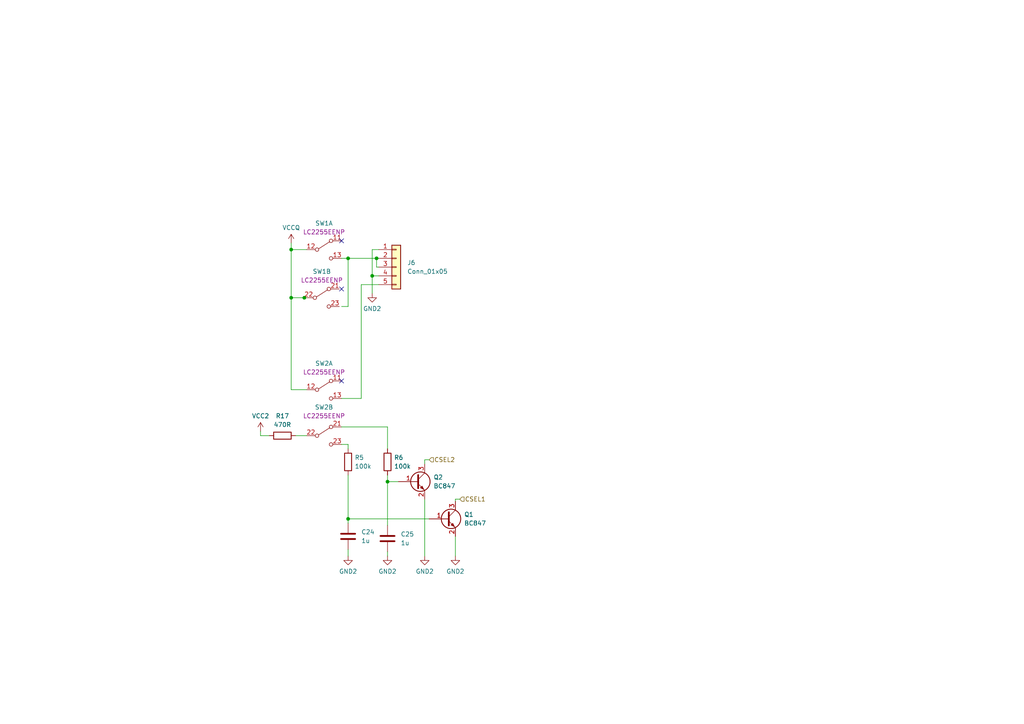
<source format=kicad_sch>
(kicad_sch (version 20231120) (generator "eeschema") (generator_version "8.0")
  (paper "A4")
  (lib_symbols
    (symbol "Connector_Generic:Conn_01x05" (pin_names (offset 1.016) hide)
      (property "Reference" "J" (at 0 7.62 0))
      (property "Value" "Conn_01x05" (at 0 -7.62 0))
      (symbol "Conn_01x05_1_1"
        (rectangle (start -1.27 -4.953) (end 0 -5.207) (stroke (width 0.1524)))
        (rectangle (start -1.27 -2.413) (end 0 -2.667) (stroke (width 0.1524)))
        (rectangle (start -1.27 0.127) (end 0 -0.127) (stroke (width 0.1524)))
        (rectangle (start -1.27 2.667) (end 0 2.413) (stroke (width 0.1524)))
        (rectangle (start -1.27 5.207) (end 0 4.953) (stroke (width 0.1524)))
        (rectangle (start -1.27 6.35) (end 1.27 -6.35) (stroke (width 0.254)) (fill (type background)))
        (pin passive line (at -5.08 5.08 0) (length 3.81) (name "Pin_1") (number "1"))
        (pin passive line (at -5.08 2.54 0) (length 3.81) (name "Pin_2") (number "2"))
        (pin passive line (at -5.08 0 0) (length 3.81) (name "Pin_3") (number "3"))
        (pin passive line (at -5.08 -2.54 0) (length 3.81) (name "Pin_4") (number "4"))
        (pin passive line (at -5.08 -5.08 0) (length 3.81) (name "Pin_5") (number "5"))
      )
    )
    (symbol "Koszalix_Capacitors_Ceramic_Walsin_0603:CAP_1u_X7R" (pin_numbers hide) (pin_names (offset 0) hide)
      (property "Reference" "C" (at 3.81 1.27 0))
      (property "Value" "1u" (at 5.08 -1.27 0))
      (symbol "CAP_1u_X7R_0_1"
        (polyline (pts (xy -2.032 -0.762) (xy 2.032 -0.762)) (stroke (width 0.508)))
        (polyline (pts (xy -2.032 0.762) (xy 2.032 0.762)) (stroke (width 0.508)))
      )
      (symbol "CAP_1u_X7R_1_1"
        (pin passive line (at 0 3.81 270) (length 2.794) (name "~") (number "1"))
        (pin passive line (at 0 -3.81 90) (length 2.794) (name "~") (number "2"))
      )
    )
    (symbol "Koszalix_PWR_Symbols:VCC2" (power) (in_bom no) (on_board no)
      (property "Value" "VCC2" (at 0.254 -2.032 0))
      (symbol "VCC2_0_1"
        (polyline (pts (xy -0.762 1.27) (xy 0 2.54)))
        (polyline (pts (xy 0 0) (xy 0 2.54)))
        (polyline (pts (xy 0 2.54) (xy 0.762 1.27)))
      )
      (symbol "VCC2_1_1"
        (pin power_in line (at 0 0 0) (length 0) hide (name "VCC") (number "1"))
      )
    )
    (symbol "Koszalix_Resistors_Yageo_RC0603:RES_100k_0603" (pin_numbers hide) (pin_names (offset 0) hide)
      (property "Reference" "R" (at 2.54 1.27 0))
      (property "Value" "100k" (at 2.54 -1.27 0))
      (symbol "RES_100k_0603_0_1"
        (rectangle (start -1.016 -2.54) (end 1.016 2.54) (stroke (width 0.254)))
      )
      (symbol "RES_100k_0603_1_1"
        (pin passive line (at 0 3.81 270) (length 1.27) (name "~") (number "1"))
        (pin passive line (at 0 -3.81 90) (length 1.27) (name "~") (number "2"))
      )
    )
    (symbol "Koszalix_Resistors_Yageo_RC0603:RES_470R_0603" (pin_numbers hide) (pin_names (offset 0) hide)
      (property "Reference" "R" (at 2.54 1.27 0))
      (property "Value" "470R" (at 2.54 -1.27 0))
      (symbol "RES_470R_0603_0_1"
        (rectangle (start -1.016 -2.54) (end 1.016 2.54) (stroke (width 0.254)))
      )
      (symbol "RES_470R_0603_1_1"
        (pin passive line (at 0 3.81 270) (length 1.27) (name "~") (number "1"))
        (pin passive line (at 0 -3.81 90) (length 1.27) (name "~") (number "2"))
      )
    )
    (symbol "Koszalix_Switches:LC2255EENP"
      (property "Reference" "SW" (at 22.098 -0.762 0))
      (property "MPN" "LC2255EENP" (at 21.844 -3.81 0))
      (symbol "LC2255EENP_0_0"
        (circle (center 3.048 0) (radius 0.508))
        (circle (center 7.112 -2.54) (radius 0.508))
      )
      (symbol "LC2255EENP_0_1"
        (polyline (pts (xy 3.556 0.254) (xy 6.731 2.286)))
        (circle (center 7.112 2.54) (radius 0.508))
      )
      (symbol "LC2255EENP_1_1"
        (pin passive line (at 10.16 2.54 180) (length 2.54) (name "~") (number "11"))
        (pin passive line (at 0 0 0) (length 2.54) (name "~") (number "12"))
        (pin passive line (at 10.16 -2.54 180) (length 2.54) (name "~") (number "13"))
      )
      (symbol "LC2255EENP_2_1"
        (pin passive line (at 10.16 2.54 180) (length 2.54) (name "~") (number "21"))
        (pin passive line (at 0 0 0) (length 2.54) (name "~") (number "22"))
        (pin passive line (at 10.16 -2.54 180) (length 2.54) (name "~") (number "23"))
      )
    )
    (symbol "Transistor_BJT:BC847" (pin_names (offset 0) hide)
      (property "Reference" "Q" (at 5.08 1.905 0))
      (property "Value" "BC847" (at 5.08 0 0))
      (symbol "BC847_0_1"
        (polyline (pts (xy 0.635 0.635) (xy 2.54 2.54)))
        (polyline (pts (xy 0.635 -0.635) (xy 2.54 -2.54) (xy 2.54 -2.54)))
        (polyline (pts (xy 0.635 1.905) (xy 0.635 -1.905) (xy 0.635 -1.905)) (stroke (width 0.508)))
        (polyline (pts (xy 1.27 -1.778) (xy 1.778 -1.27) (xy 2.286 -2.286) (xy 1.27 -1.778) (xy 1.27 -1.778)) (fill (type outline)))
        (circle (center 1.27 0) (radius 2.8194) (stroke (width 0.254)))
      )
      (symbol "BC847_1_1"
        (pin input line (at -5.08 0 0) (length 5.715) (name "B") (number "1"))
        (pin passive line (at 2.54 -5.08 90) (length 2.54) (name "E") (number "2"))
        (pin passive line (at 2.54 5.08 270) (length 2.54) (name "C") (number "3"))
      )
    )
    (symbol "power:GND2" (power) (pin_names (offset 0))
      (property "Value" "GND2" (at 0 -3.81 0))
      (symbol "GND2_0_1"
        (polyline (pts (xy 0 0) (xy 0 -1.27) (xy 1.27 -1.27) (xy 0 -2.54) (xy -1.27 -1.27) (xy 0 -1.27)))
      )
      (symbol "GND2_1_1"
        (pin power_in line (at 0 0 270) (length 0) hide (name "GND2") (number "1"))
      )
    )
    (symbol "power:VCCQ" (power) (pin_names (offset 0))
      (property "Value" "VCCQ" (at 0 3.81 0))
      (symbol "VCCQ_0_1"
        (polyline (pts (xy -0.762 1.27) (xy 0 2.54)))
        (polyline (pts (xy 0 0) (xy 0 2.54)))
        (polyline (pts (xy 0 2.54) (xy 0.762 1.27)))
      )
      (symbol "VCCQ_1_1"
        (pin power_in line (at 0 0 90) (length 0) hide (name "VCCQ") (number "1"))
      )
    )
  )
  (junction (at 109.22 74.93))
  (junction (at 100.965 150.495))
  (junction (at 107.95 80.01))
  (junction (at 100.965 74.93))
  (junction (at 84.455 72.39))
  (junction (at 88.265 86.36))
  (junction (at 112.395 139.7))
  (junction (at 84.455 86.36))
  (no_connect (at 99.06 69.85))
  (no_connect (at 99.06 83.82))
  (no_connect (at 99.06 110.49))
  (wire (pts (xy 107.95 80.01) (xy 107.95 85.09)))
  (wire (pts (xy 124.46 133.35) (xy 123.19 133.35)))
  (wire (pts (xy 84.455 86.36) (xy 84.455 113.03)))
  (wire (pts (xy 100.965 137.795) (xy 100.965 150.495)))
  (wire (pts (xy 99.06 88.9) (xy 100.965 88.9)))
  (wire (pts (xy 100.965 161.29) (xy 100.965 159.385)))
  (wire (pts (xy 107.95 80.01) (xy 109.855 80.01)))
  (wire (pts (xy 109.22 74.93) (xy 109.855 74.93)))
  (wire (pts (xy 84.455 72.39) (xy 88.9 72.39)))
  (wire (pts (xy 123.19 133.35) (xy 123.19 134.62)))
  (wire (pts (xy 88.265 86.36) (xy 88.9 86.36)))
  (wire (pts (xy 75.565 126.365) (xy 78.105 126.365)))
  (wire (pts (xy 107.95 72.39) (xy 109.855 72.39)))
  (wire (pts (xy 100.965 74.93) (xy 99.06 74.93)))
  (wire (pts (xy 100.965 128.905) (xy 100.965 130.175)))
  (wire (pts (xy 104.775 82.55) (xy 109.855 82.55)))
  (wire (pts (xy 88.9 113.03) (xy 84.455 113.03)))
  (wire (pts (xy 109.855 77.47) (xy 109.22 77.47)))
  (wire (pts (xy 99.06 115.57) (xy 104.775 115.57)))
  (wire (pts (xy 104.775 82.55) (xy 104.775 115.57)))
  (wire (pts (xy 100.965 88.9) (xy 100.965 74.93)))
  (wire (pts (xy 99.06 128.905) (xy 100.965 128.905)))
  (wire (pts (xy 84.455 70.485) (xy 84.455 72.39)))
  (wire (pts (xy 107.95 72.39) (xy 107.95 80.01)))
  (wire (pts (xy 99.06 123.825) (xy 112.395 123.825)))
  (wire (pts (xy 100.965 150.495) (xy 124.46 150.495)))
  (wire (pts (xy 84.455 72.39) (xy 84.455 86.36)))
  (wire (pts (xy 123.19 161.29) (xy 123.19 144.78)))
  (wire (pts (xy 75.565 125.095) (xy 75.565 126.365)))
  (wire (pts (xy 132.08 161.29) (xy 132.08 155.575)))
  (wire (pts (xy 100.965 74.93) (xy 109.22 74.93)))
  (wire (pts (xy 132.08 144.78) (xy 133.35 144.78)))
  (wire (pts (xy 112.395 123.825) (xy 112.395 130.175)))
  (wire (pts (xy 112.395 139.7) (xy 112.395 137.795)))
  (wire (pts (xy 112.395 161.29) (xy 112.395 160.02)))
  (wire (pts (xy 84.455 86.36) (xy 88.265 86.36)))
  (wire (pts (xy 132.08 144.78) (xy 132.08 145.415)))
  (wire (pts (xy 112.395 139.7) (xy 112.395 152.4)))
  (wire (pts (xy 100.965 150.495) (xy 100.965 151.765)))
  (wire (pts (xy 115.57 139.7) (xy 112.395 139.7)))
  (wire (pts (xy 109.22 77.47) (xy 109.22 74.93)))
  (wire (pts (xy 85.725 126.365) (xy 88.9 126.365)))
  (hierarchical_label "CSEL2" (shape input) (at 124.46 133.35 0))
  (hierarchical_label "CSEL1" (shape input) (at 133.35 144.78 0))
  (symbol (lib_id "Koszalix_PWR_Symbols:VCC2") (at 75.565 125.095 0) (unit 1) (in_bom no) (on_board no)
    (property "Reference" "#PWR064" (effects (hide yes)))
    (property "Value" "VCC2" (at 75.565 120.65 0))
  )
  (symbol (lib_id "Koszalix_Switches:LC2255EENP") (at 88.9 126.365 0) (unit 2)
    (property "Reference" "SW2" (at 93.98 118.11 0))
    (property "Value" "LC2255EENP" (effects (hide yes)))
    (property "Footprint" "Koszalix_Switches:LC2255EENP" (effects (hide yes)))
    (property "Datasheet" "https://www.tme.eu/Document/4bad248524607c25431fb5575f456ee5/LC2255EENP.pdf" (effects (hide yes)))
    (property "MPN" "LC2255EENP" (at 93.98 120.65 0))
    (property "Manufacturer" "E-SWITCH" (effects (hide yes)))
  )
  (symbol (lib_id "power:GND2") (at 112.395 161.29 0) (unit 1)
    (property "Reference" "#PWR035" (effects (hide yes)))
    (property "Value" "GND2" (at 112.395 165.735 0))
    (property "Description" "Power symbol creates a global label with name \"GND2\" , ground" (effects (hide yes)))
  )
  (symbol (lib_id "Transistor_BJT:BC847") (at 129.54 150.495 0) (unit 1)
    (property "Reference" "Q1" (at 134.62 149.2249 0) (effects (justify left)))
    (property "Value" "BC847" (at 134.62 151.7649 0) (effects (justify left)))
    (property "Footprint" "Package_TO_SOT_SMD:SOT-23" (effects (hide yes)))
    (property "Datasheet" "http://www.infineon.com/dgdl/Infineon-BC847SERIES_BC848SERIES_BC849SERIES_BC850SERIES-DS-v01_01-en.pdf?fileId=db3a304314dca389011541d4630a1657" (effects (hide yes)))
    (property "Description" "0.1A Ic, 45V Vce, NPN Transistor, SOT-23" (effects (hide yes)))
  )
  (symbol (lib_id "Koszalix_Capacitors_Ceramic_Walsin_0603:CAP_1u_X7R") (at 112.395 156.21 0) (unit 1)
    (property "Reference" "C25" (at 116.205 154.9399 0) (effects (justify left)))
    (property "Value" "1u" (at 116.205 157.4799 0) (effects (justify left)))
    (property "Footprint" "Capacitor_SMD:C_0603_1608Metric" (effects (hide yes)))
    (property "Datasheet" "https://www.tme.eu/Document/e45476bf270793f696988c4e93ce1237/ASC_General_Purpose.pdf" (effects (hide yes)))
    (property "Description" "SMD Capacitor" (effects (hide yes)))
    (property "Manufacturer" "Walsin" (effects (hide yes)))
    (property "MPN" "0603B105K500CT" (effects (hide yes)))
    (property "Tolerance" "10%" (effects (hide yes)))
    (property "Rated voltage" "50V" (effects (hide yes)))
    (property "Operating temperature" "-55°C to +125°C " (effects (hide yes)))
    (property "Capacitance characteristic" "±15%" (effects (hide yes)))
  )
  (symbol (lib_id "Transistor_BJT:BC847") (at 120.65 139.7 0) (unit 1)
    (property "Reference" "Q2" (at 125.73 138.4299 0) (effects (justify left)))
    (property "Value" "BC847" (at 125.73 140.9699 0) (effects (justify left)))
    (property "Footprint" "Package_TO_SOT_SMD:SOT-23" (effects (hide yes)))
    (property "Datasheet" "http://www.infineon.com/dgdl/Infineon-BC847SERIES_BC848SERIES_BC849SERIES_BC850SERIES-DS-v01_01-en.pdf?fileId=db3a304314dca389011541d4630a1657" (effects (hide yes)))
    (property "Description" "0.1A Ic, 45V Vce, NPN Transistor, SOT-23" (effects (hide yes)))
  )
  (symbol (lib_id "power:GND2") (at 107.95 85.09 0) (unit 1)
    (property "Reference" "#PWR063" (effects (hide yes)))
    (property "Value" "GND2" (at 107.95 89.535 0))
    (property "Description" "Power symbol creates a global label with name \"GND2\" , ground" (effects (hide yes)))
  )
  (symbol (lib_id "Koszalix_Switches:LC2255EENP") (at 88.9 113.03 0) (unit 1)
    (property "Reference" "SW2" (at 93.98 105.41 0))
    (property "Value" "LC2255EENP" (effects (hide yes)))
    (property "Footprint" "Koszalix_Switches:LC2255EENP" (effects (hide yes)))
    (property "Datasheet" "https://www.tme.eu/Document/4bad248524607c25431fb5575f456ee5/LC2255EENP.pdf" (effects (hide yes)))
    (property "MPN" "LC2255EENP" (at 93.98 107.95 0))
    (property "Manufacturer" "E-SWITCH" (effects (hide yes)))
  )
  (symbol (lib_id "power:GND2") (at 123.19 161.29 0) (unit 1)
    (property "Reference" "#PWR025" (effects (hide yes)))
    (property "Value" "GND2" (at 123.19 165.735 0))
    (property "Description" "Power symbol creates a global label with name \"GND2\" , ground" (effects (hide yes)))
  )
  (symbol (lib_id "Koszalix_Switches:LC2255EENP") (at 88.9 72.39 0) (unit 1)
    (property "Reference" "SW1" (at 93.98 64.77 0))
    (property "Value" "LC2255EENP" (effects (hide yes)))
    (property "Footprint" "Koszalix_Switches:LC2255EENP" (effects (hide yes)))
    (property "Datasheet" "https://www.tme.eu/Document/4bad248524607c25431fb5575f456ee5/LC2255EENP.pdf" (effects (hide yes)))
    (property "MPN" "LC2255EENP" (at 93.98 67.31 0))
    (property "Manufacturer" "E-SWITCH" (effects (hide yes)))
  )
  (symbol (lib_id "power:GND2") (at 100.965 161.29 0) (unit 1)
    (property "Reference" "#PWR073" (effects (hide yes)))
    (property "Value" "GND2" (at 100.965 165.735 0))
    (property "Description" "Power symbol creates a global label with name \"GND2\" , ground" (effects (hide yes)))
  )
  (symbol (lib_id "Koszalix_Resistors_Yageo_RC0603:RES_100k_0603") (at 100.965 133.985 0) (unit 1)
    (property "Reference" "R5" (at 102.87 132.7149 0) (effects (justify left)))
    (property "Value" "100k" (at 102.87 135.2549 0) (effects (justify left)))
    (property "Footprint" "Resistor_SMD:R_0603_1608Metric" (effects (hide yes)))
    (property "Datasheet" "https://www.tme.eu/Document/d2a72e545e5c8eb7bf2a04fa97535928/rc0603yageo.pdf" (effects (hide yes)))
    (property "Description" "SMD Resistor" (effects (hide yes)))
    (property "Manufacturer" "YAGEO" (effects (hide yes)))
    (property "MPN" "RC0603FR-07100k" (effects (hide yes)))
    (property "Maximum Working Voltage " "50 V" (effects (hide yes)))
    (property "Maximum Overload Voltage" "100 V" (effects (hide yes)))
    (property "Dielectric Withstanding Voltage " "100 V" (effects (hide yes)))
    (property "Temperature Coefficient" "200ppm" (effects (hide yes)))
    (property "Operating Temperature Range" "–55 °C to +155 °C" (effects (hide yes)))
    (property "Tolerance" "1%" (effects (hide yes)))
  )
  (symbol (lib_id "Koszalix_Switches:LC2255EENP") (at 88.265 86.36 0) (unit 2)
    (property "Reference" "SW1" (at 93.345 78.74 0))
    (property "Value" "LC2255EENP" (effects (hide yes)))
    (property "Footprint" "Koszalix_Switches:LC2255EENP" (effects (hide yes)))
    (property "Datasheet" "https://www.tme.eu/Document/4bad248524607c25431fb5575f456ee5/LC2255EENP.pdf" (effects (hide yes)))
    (property "MPN" "LC2255EENP" (at 93.345 81.28 0))
    (property "Manufacturer" "E-SWITCH" (effects (hide yes)))
  )
  (symbol (lib_id "Connector_Generic:Conn_01x05") (at 114.935 77.47 0) (unit 1)
    (property "Reference" "J6" (at 118.11 76.1999 0) (effects (justify left)))
    (property "Value" "Conn_01x05" (at 118.11 78.7399 0) (effects (justify left)))
    (property "Footprint" "Connector_JST:JST_XH_B5B-XH-A_1x05_P2.50mm_Vertical" (effects (hide yes)))
    (property "Description" "Generic connector, single row, 01x05, script generated (kicad-library-utils/schlib/autogen/connector/)" (effects (hide yes)))
  )
  (symbol (lib_id "power:VCCQ") (at 84.455 70.485 0) (unit 1)
    (property "Reference" "#PWR062" (effects (hide yes)))
    (property "Value" "VCCQ" (at 84.455 66.04 0))
    (property "Description" "Power symbol creates a global label with name \"VCCQ\"" (effects (hide yes)))
  )
  (symbol (lib_id "Koszalix_Resistors_Yageo_RC0603:RES_470R_0603") (at 81.915 126.365 90) (unit 1)
    (property "Reference" "R17" (at 81.915 120.65 90))
    (property "Value" "470R" (at 81.915 123.19 90))
    (property "Footprint" "Resistor_SMD:R_0603_1608Metric" (effects (hide yes)))
    (property "Datasheet" "https://www.tme.eu/Document/d2a72e545e5c8eb7bf2a04fa97535928/rc0603yageo.pdf" (effects (hide yes)))
    (property "Description" "SMD Resistor" (effects (hide yes)))
    (property "Manufacturer" "YAGEO" (effects (hide yes)))
    (property "MPN" "RC0603FR-07470R" (effects (hide yes)))
    (property "Maximum Working Voltage " "50 V" (effects (hide yes)))
    (property "Maximum Overload Voltage" "100 V" (effects (hide yes)))
    (property "Dielectric Withstanding Voltage " "100 V" (effects (hide yes)))
    (property "Temperature Coefficient" "200ppm" (effects (hide yes)))
    (property "Operating Temperature Range" "–55 °C to +155 °C" (effects (hide yes)))
    (property "Tolerance" "1%" (effects (hide yes)))
  )
  (symbol (lib_id "Koszalix_Capacitors_Ceramic_Walsin_0603:CAP_1u_X7R") (at 100.965 155.575 0) (unit 1)
    (property "Reference" "C24" (at 104.775 154.3049 0) (effects (justify left)))
    (property "Value" "1u" (at 104.775 156.8449 0) (effects (justify left)))
    (property "Footprint" "Capacitor_SMD:C_0603_1608Metric" (effects (hide yes)))
    (property "Datasheet" "https://www.tme.eu/Document/e45476bf270793f696988c4e93ce1237/ASC_General_Purpose.pdf" (effects (hide yes)))
    (property "Description" "SMD Capacitor" (effects (hide yes)))
    (property "Manufacturer" "Walsin" (effects (hide yes)))
    (property "MPN" "0603B105K500CT" (effects (hide yes)))
    (property "Tolerance" "10%" (effects (hide yes)))
    (property "Rated voltage" "50V" (effects (hide yes)))
    (property "Operating temperature" "-55°C to +125°C " (effects (hide yes)))
    (property "Capacitance characteristic" "±15%" (effects (hide yes)))
  )
  (symbol (lib_id "power:GND2") (at 132.08 161.29 0) (unit 1)
    (property "Reference" "#PWR024" (effects (hide yes)))
    (property "Value" "GND2" (at 132.08 165.735 0))
    (property "Description" "Power symbol creates a global label with name \"GND2\" , ground" (effects (hide yes)))
  )
  (symbol (lib_id "Koszalix_Resistors_Yageo_RC0603:RES_100k_0603") (at 112.395 133.985 0) (unit 1)
    (property "Reference" "R6" (at 114.3 132.7149 0) (effects (justify left)))
    (property "Value" "100k" (at 114.3 135.2549 0) (effects (justify left)))
    (property "Footprint" "Resistor_SMD:R_0603_1608Metric" (effects (hide yes)))
    (property "Datasheet" "https://www.tme.eu/Document/d2a72e545e5c8eb7bf2a04fa97535928/rc0603yageo.pdf" (effects (hide yes)))
    (property "Description" "SMD Resistor" (effects (hide yes)))
    (property "Manufacturer" "YAGEO" (effects (hide yes)))
    (property "MPN" "RC0603FR-07100k" (effects (hide yes)))
    (property "Maximum Working Voltage " "50 V" (effects (hide yes)))
    (property "Maximum Overload Voltage" "100 V" (effects (hide yes)))
    (property "Dielectric Withstanding Voltage " "100 V" (effects (hide yes)))
    (property "Temperature Coefficient" "200ppm" (effects (hide yes)))
    (property "Operating Temperature Range" "–55 °C to +155 °C" (effects (hide yes)))
    (property "Tolerance" "1%" (effects (hide yes)))
  )
)
</source>
